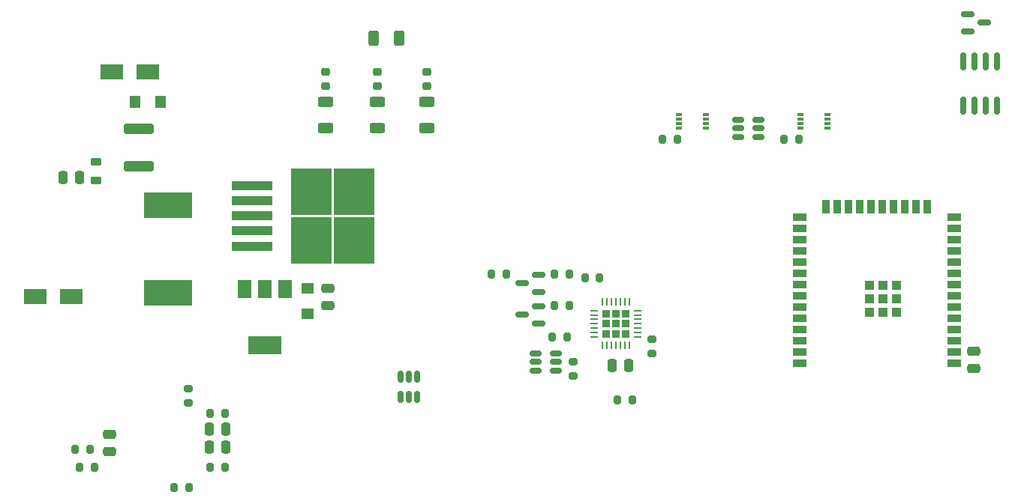
<source format=gbr>
%TF.GenerationSoftware,KiCad,Pcbnew,6.0.11+dfsg-1~bpo11+1*%
%TF.CreationDate,2023-07-11T21:35:55+02:00*%
%TF.ProjectId,main_board,6d61696e-5f62-46f6-9172-642e6b696361,rev?*%
%TF.SameCoordinates,PX3b1adc0PY158f0b0*%
%TF.FileFunction,Paste,Top*%
%TF.FilePolarity,Positive*%
%FSLAX46Y46*%
G04 Gerber Fmt 4.6, Leading zero omitted, Abs format (unit mm)*
G04 Created by KiCad (PCBNEW 6.0.11+dfsg-1~bpo11+1) date 2023-07-11 21:35:55*
%MOMM*%
%LPD*%
G01*
G04 APERTURE LIST*
G04 Aperture macros list*
%AMRoundRect*
0 Rectangle with rounded corners*
0 $1 Rounding radius*
0 $2 $3 $4 $5 $6 $7 $8 $9 X,Y pos of 4 corners*
0 Add a 4 corners polygon primitive as box body*
4,1,4,$2,$3,$4,$5,$6,$7,$8,$9,$2,$3,0*
0 Add four circle primitives for the rounded corners*
1,1,$1+$1,$2,$3*
1,1,$1+$1,$4,$5*
1,1,$1+$1,$6,$7*
1,1,$1+$1,$8,$9*
0 Add four rect primitives between the rounded corners*
20,1,$1+$1,$2,$3,$4,$5,0*
20,1,$1+$1,$4,$5,$6,$7,0*
20,1,$1+$1,$6,$7,$8,$9,0*
20,1,$1+$1,$8,$9,$2,$3,0*%
G04 Aperture macros list end*
%ADD10RoundRect,0.250000X0.312500X0.625000X-0.312500X0.625000X-0.312500X-0.625000X0.312500X-0.625000X0*%
%ADD11R,2.500000X1.800000*%
%ADD12RoundRect,0.250000X0.250000X0.475000X-0.250000X0.475000X-0.250000X-0.475000X0.250000X-0.475000X0*%
%ADD13RoundRect,0.200000X0.200000X0.275000X-0.200000X0.275000X-0.200000X-0.275000X0.200000X-0.275000X0*%
%ADD14RoundRect,0.250000X-1.450000X0.312500X-1.450000X-0.312500X1.450000X-0.312500X1.450000X0.312500X0*%
%ADD15RoundRect,0.218750X-0.381250X0.218750X-0.381250X-0.218750X0.381250X-0.218750X0.381250X0.218750X0*%
%ADD16RoundRect,0.200000X-0.200000X-0.275000X0.200000X-0.275000X0.200000X0.275000X-0.200000X0.275000X0*%
%ADD17RoundRect,0.218750X-0.256250X0.218750X-0.256250X-0.218750X0.256250X-0.218750X0.256250X0.218750X0*%
%ADD18RoundRect,0.150000X0.512500X0.150000X-0.512500X0.150000X-0.512500X-0.150000X0.512500X-0.150000X0*%
%ADD19RoundRect,0.200000X-0.275000X0.200000X-0.275000X-0.200000X0.275000X-0.200000X0.275000X0.200000X0*%
%ADD20RoundRect,0.150000X0.587500X0.150000X-0.587500X0.150000X-0.587500X-0.150000X0.587500X-0.150000X0*%
%ADD21R,1.400000X1.300000*%
%ADD22RoundRect,0.150000X0.150000X-0.512500X0.150000X0.512500X-0.150000X0.512500X-0.150000X-0.512500X0*%
%ADD23R,1.500000X2.000000*%
%ADD24R,3.800000X2.000000*%
%ADD25RoundRect,0.250000X-0.475000X0.250000X-0.475000X-0.250000X0.475000X-0.250000X0.475000X0.250000X0*%
%ADD26RoundRect,0.150000X0.150000X-0.825000X0.150000X0.825000X-0.150000X0.825000X-0.150000X-0.825000X0*%
%ADD27R,0.800000X0.300000*%
%ADD28RoundRect,0.150000X-0.512500X-0.150000X0.512500X-0.150000X0.512500X0.150000X-0.512500X0.150000X0*%
%ADD29RoundRect,0.250000X0.475000X-0.250000X0.475000X0.250000X-0.475000X0.250000X-0.475000X-0.250000X0*%
%ADD30RoundRect,0.150000X-0.587500X-0.150000X0.587500X-0.150000X0.587500X0.150000X-0.587500X0.150000X0*%
%ADD31RoundRect,0.250000X0.625000X-0.312500X0.625000X0.312500X-0.625000X0.312500X-0.625000X-0.312500X0*%
%ADD32R,1.500000X0.900000*%
%ADD33R,0.900000X1.500000*%
%ADD34R,1.050000X1.050000*%
%ADD35RoundRect,0.200000X0.275000X-0.200000X0.275000X0.200000X-0.275000X0.200000X-0.275000X-0.200000X0*%
%ADD36RoundRect,0.225000X0.225000X-0.225000X0.225000X0.225000X-0.225000X0.225000X-0.225000X-0.225000X0*%
%ADD37RoundRect,0.062500X0.062500X-0.337500X0.062500X0.337500X-0.062500X0.337500X-0.062500X-0.337500X0*%
%ADD38RoundRect,0.062500X0.337500X-0.062500X0.337500X0.062500X-0.337500X0.062500X-0.337500X-0.062500X0*%
%ADD39R,1.300000X1.400000*%
%ADD40R,4.550000X5.250000*%
%ADD41R,4.600000X1.100000*%
%ADD42R,5.400000X2.900000*%
G04 APERTURE END LIST*
D10*
%TO.C,R1*%
X41848500Y-2540000D03*
X38923500Y-2540000D03*
%TD*%
D11*
%TO.C,D203*%
X4794000Y-31750000D03*
X794000Y-31750000D03*
%TD*%
D12*
%TO.C,C203*%
X5776000Y-18288000D03*
X3876000Y-18288000D03*
%TD*%
D13*
%TO.C,R9*%
X22161000Y-44958000D03*
X20511000Y-44958000D03*
%TD*%
D14*
%TO.C,F201*%
X12446000Y-12721500D03*
X12446000Y-16996500D03*
%TD*%
D13*
%TO.C,R307*%
X64452000Y-29591000D03*
X62802000Y-29591000D03*
%TD*%
D15*
%TO.C,FB201*%
X7620000Y-16463500D03*
X7620000Y-18588500D03*
%TD*%
D16*
%TO.C,R6*%
X85281000Y-13970000D03*
X86931000Y-13970000D03*
%TD*%
D17*
%TO.C,D205*%
X39370000Y-6324500D03*
X39370000Y-7899500D03*
%TD*%
D18*
%TO.C,U11*%
X82417500Y-13650000D03*
X82417500Y-12700000D03*
X82417500Y-11750000D03*
X80142500Y-11750000D03*
X80142500Y-12700000D03*
X80142500Y-13650000D03*
%TD*%
D19*
%TO.C,R301*%
X70358000Y-36513000D03*
X70358000Y-38163000D03*
%TD*%
D20*
%TO.C,Q301*%
X57579500Y-34732000D03*
X57579500Y-32832000D03*
X55704500Y-33782000D03*
%TD*%
D21*
%TO.C,D206*%
X31496000Y-33708000D03*
X31496000Y-30808000D03*
%TD*%
D16*
%TO.C,R304*%
X59373000Y-32766000D03*
X61023000Y-32766000D03*
%TD*%
D19*
%TO.C,R12*%
X18034000Y-42101000D03*
X18034000Y-43751000D03*
%TD*%
D12*
%TO.C,C12*%
X22286000Y-46736000D03*
X20386000Y-46736000D03*
%TD*%
D22*
%TO.C,U9*%
X41976000Y-43047500D03*
X42926000Y-43047500D03*
X43876000Y-43047500D03*
X43876000Y-40772500D03*
X42926000Y-40772500D03*
X41976000Y-40772500D03*
%TD*%
D23*
%TO.C,U202*%
X28970000Y-30886000D03*
X26670000Y-30886000D03*
D24*
X26670000Y-37186000D03*
D23*
X24370000Y-30886000D03*
%TD*%
D16*
%TO.C,R5*%
X71565000Y-13970000D03*
X73215000Y-13970000D03*
%TD*%
D25*
%TO.C,C4*%
X106680000Y-37912000D03*
X106680000Y-39812000D03*
%TD*%
D17*
%TO.C,D204*%
X33528000Y-6324500D03*
X33528000Y-7899500D03*
%TD*%
D26*
%TO.C,U8*%
X105537000Y-10095000D03*
X106807000Y-10095000D03*
X108077000Y-10095000D03*
X109347000Y-10095000D03*
X109347000Y-5145000D03*
X108077000Y-5145000D03*
X106807000Y-5145000D03*
X105537000Y-5145000D03*
%TD*%
D13*
%TO.C,R13*%
X6921000Y-49022000D03*
X5271000Y-49022000D03*
%TD*%
D16*
%TO.C,R303*%
X59373000Y-29210000D03*
X61023000Y-29210000D03*
%TD*%
D27*
%TO.C,U4*%
X76480000Y-12688000D03*
X76480000Y-12188000D03*
X76480000Y-11688000D03*
X76480000Y-11188000D03*
X73380000Y-11188000D03*
X73380000Y-11688000D03*
X73380000Y-12188000D03*
X73380000Y-12688000D03*
%TD*%
D16*
%TO.C,R14*%
X5779000Y-51054000D03*
X7429000Y-51054000D03*
%TD*%
D27*
%TO.C,U5*%
X90196000Y-12688000D03*
X90196000Y-12188000D03*
X90196000Y-11688000D03*
X90196000Y-11188000D03*
X87096000Y-11188000D03*
X87096000Y-11688000D03*
X87096000Y-12188000D03*
X87096000Y-12688000D03*
%TD*%
D13*
%TO.C,R308*%
X60769000Y-36322000D03*
X59119000Y-36322000D03*
%TD*%
D28*
%TO.C,U301*%
X57282500Y-38166000D03*
X57282500Y-39116000D03*
X57282500Y-40066000D03*
X59557500Y-40066000D03*
X59557500Y-39116000D03*
X59557500Y-38166000D03*
%TD*%
D12*
%TO.C,C13*%
X22286000Y-48768000D03*
X20386000Y-48768000D03*
%TD*%
%TO.C,C301*%
X67752000Y-39497000D03*
X65852000Y-39497000D03*
%TD*%
D11*
%TO.C,D201*%
X13430000Y-6350000D03*
X9430000Y-6350000D03*
%TD*%
D13*
%TO.C,R11*%
X18097000Y-53340000D03*
X16447000Y-53340000D03*
%TD*%
D29*
%TO.C,C206*%
X33782000Y-32700000D03*
X33782000Y-30800000D03*
%TD*%
D30*
%TO.C,D8*%
X105996500Y188000D03*
X105996500Y-1712000D03*
X107871500Y-762000D03*
%TD*%
D31*
%TO.C,R201*%
X33528000Y-12638500D03*
X33528000Y-9713500D03*
%TD*%
D29*
%TO.C,C14*%
X9144000Y-49210000D03*
X9144000Y-47310000D03*
%TD*%
D16*
%TO.C,R305*%
X52261000Y-29210000D03*
X53911000Y-29210000D03*
%TD*%
D32*
%TO.C,U3*%
X104508000Y-39283000D03*
X104508000Y-38013000D03*
X104508000Y-36743000D03*
X104508000Y-35473000D03*
X104508000Y-34203000D03*
X104508000Y-32933000D03*
X104508000Y-31663000D03*
X104508000Y-30393000D03*
X104508000Y-29123000D03*
X104508000Y-27853000D03*
X104508000Y-26583000D03*
X104508000Y-25313000D03*
X104508000Y-24043000D03*
X104508000Y-22773000D03*
D33*
X101468000Y-21523000D03*
X100198000Y-21523000D03*
X98928000Y-21523000D03*
X97658000Y-21523000D03*
X96388000Y-21523000D03*
X95118000Y-21523000D03*
X93848000Y-21523000D03*
X92578000Y-21523000D03*
X91308000Y-21523000D03*
X90038000Y-21523000D03*
D32*
X87008000Y-22773000D03*
X87008000Y-24043000D03*
X87008000Y-25313000D03*
X87008000Y-26583000D03*
X87008000Y-27853000D03*
X87008000Y-29123000D03*
X87008000Y-30393000D03*
X87008000Y-31663000D03*
X87008000Y-32933000D03*
X87008000Y-34203000D03*
X87008000Y-35473000D03*
X87008000Y-36743000D03*
X87008000Y-38013000D03*
X87008000Y-39283000D03*
D34*
X96438000Y-31943000D03*
X94913000Y-31943000D03*
X96438000Y-30418000D03*
X97963000Y-33468000D03*
X94913000Y-33468000D03*
X97963000Y-31943000D03*
X97963000Y-30418000D03*
X94913000Y-30418000D03*
X96438000Y-33468000D03*
%TD*%
D20*
%TO.C,Q302*%
X57579500Y-31176000D03*
X57579500Y-29276000D03*
X55704500Y-30226000D03*
%TD*%
D35*
%TO.C,R306*%
X61468000Y-40703000D03*
X61468000Y-39053000D03*
%TD*%
D31*
%TO.C,R202*%
X39370000Y-12638500D03*
X39370000Y-9713500D03*
%TD*%
D36*
%TO.C,U302*%
X67414000Y-35918000D03*
X67414000Y-33678000D03*
X67414000Y-34798000D03*
X66294000Y-35918000D03*
X66294000Y-33678000D03*
X65174000Y-33678000D03*
X65174000Y-34798000D03*
X66294000Y-34798000D03*
X65174000Y-35918000D03*
D37*
X64794000Y-37248000D03*
X65294000Y-37248000D03*
X65794000Y-37248000D03*
X66294000Y-37248000D03*
X66794000Y-37248000D03*
X67294000Y-37248000D03*
X67794000Y-37248000D03*
D38*
X68744000Y-36298000D03*
X68744000Y-35798000D03*
X68744000Y-35298000D03*
X68744000Y-34798000D03*
X68744000Y-34298000D03*
X68744000Y-33798000D03*
X68744000Y-33298000D03*
D37*
X67794000Y-32348000D03*
X67294000Y-32348000D03*
X66794000Y-32348000D03*
X66294000Y-32348000D03*
X65794000Y-32348000D03*
X65294000Y-32348000D03*
X64794000Y-32348000D03*
D38*
X63844000Y-33298000D03*
X63844000Y-33798000D03*
X63844000Y-34298000D03*
X63844000Y-34798000D03*
X63844000Y-35298000D03*
X63844000Y-35798000D03*
X63844000Y-36298000D03*
%TD*%
D39*
%TO.C,D202*%
X12012000Y-9706000D03*
X14912000Y-9706000D03*
%TD*%
D17*
%TO.C,D4*%
X44958000Y-6324500D03*
X44958000Y-7899500D03*
%TD*%
D40*
%TO.C,U201*%
X31938000Y-25381000D03*
X36788000Y-19831000D03*
X31938000Y-19831000D03*
X36788000Y-25381000D03*
D41*
X25213000Y-19206000D03*
X25213000Y-20906000D03*
X25213000Y-22606000D03*
X25213000Y-24306000D03*
X25213000Y-26006000D03*
%TD*%
D16*
%TO.C,R10*%
X20511000Y-51054000D03*
X22161000Y-51054000D03*
%TD*%
%TO.C,R302*%
X66485000Y-43434000D03*
X68135000Y-43434000D03*
%TD*%
D42*
%TO.C,L201*%
X15748000Y-21382264D03*
X15748000Y-31282264D03*
%TD*%
D31*
%TO.C,R4*%
X44958000Y-12638500D03*
X44958000Y-9713500D03*
%TD*%
M02*

</source>
